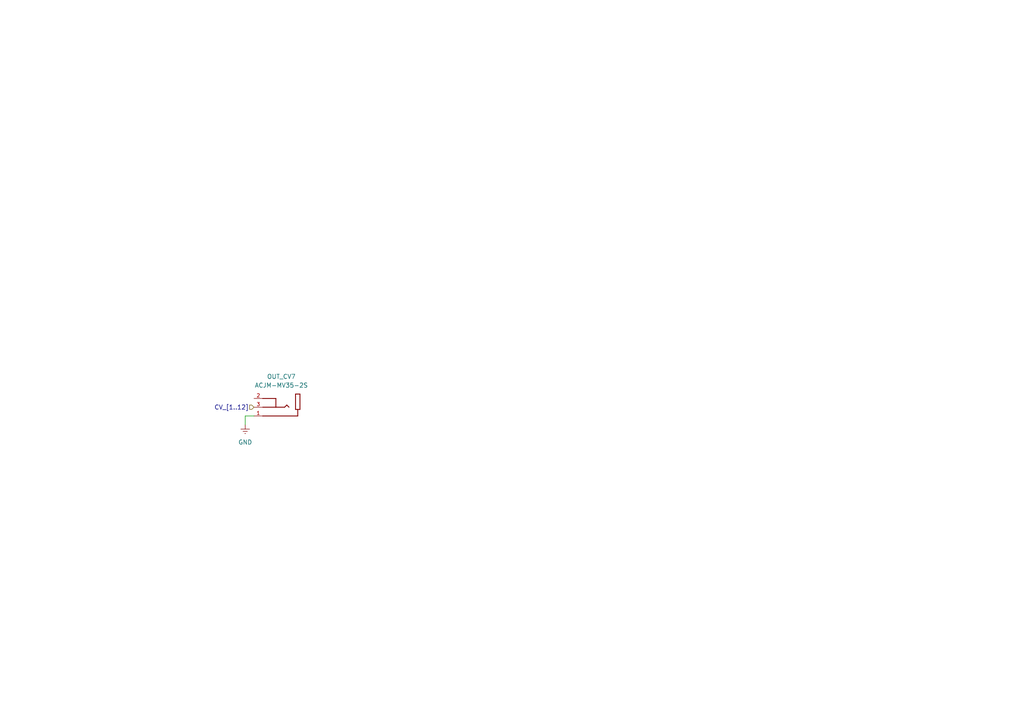
<source format=kicad_sch>
(kicad_sch (version 20231120) (generator "eeschema") (generator_version "8.0")
  (paper "A4")
  (title_block (title "MasterOfMuppets") (rev "0.0.0") (company "y3i12"))
  (lib_symbols
    (symbol "ACJM-MV35-2S:ACJM-MV35-2S" (pin_names (offset 1.016))
      (property "Reference" "J" (at -5.08 5.08 0))
      (property "Value" "ACJM-MV35-2S" (at -5.08 -5.08 0))
      (symbol "ACJM-MV35-2S_0_0"
        (polyline (pts (xy -5.715 -0.635) (xy -5.08 -0.635)) (stroke (width 0.254)))
        (polyline (pts (xy -5.715 3.81) (xy -5.715 -0.635)) (stroke (width 0.254)))
        (polyline (pts (xy -5.08 -2.54) (xy -5.08 -0.635)) (stroke (width 0.254)))
        (polyline (pts (xy -5.08 -0.635) (xy -4.445 -0.635)) (stroke (width 0.254)))
        (polyline (pts (xy -4.445 -0.635) (xy -4.445 3.81)) (stroke (width 0.254)))
        (polyline (pts (xy -4.445 3.81) (xy -5.715 3.81)) (stroke (width 0.254)))
        (polyline (pts (xy -1.905 0.635) (xy -2.54 0)) (stroke (width 0.254)))
        (polyline (pts (xy -1.27 0) (xy -1.905 0.635)) (stroke (width 0.254)))
        (polyline (pts (xy 1.27 0) (xy -1.27 0)) (stroke (width 0.254)))
        (polyline (pts (xy 1.27 2.54) (xy 1.27 0)) (stroke (width 0.254)))
        (polyline (pts (xy 5.08 -2.54) (xy -5.08 -2.54)) (stroke (width 0.254)))
        (polyline (pts (xy 5.08 0) (xy 1.27 0)) (stroke (width 0.254)))
        (polyline (pts (xy 5.08 2.54) (xy 1.27 2.54)) (stroke (width 0.254)))
        (pin passive line (at 7.62 -2.54 180) (length 2.54) (name "~") (number "1"))
        (pin passive line (at 7.62 2.54 180) (length 2.54) (name "~") (number "2"))
        (pin passive line (at 7.62 0 180) (length 2.54) (name "~") (number "3"))
      )
    )
    (symbol "power:GNDREF" (power) (pin_numbers hide) (pin_names (offset 0) hide)
      (property "Value" "GNDREF" (at 0 -3.81 0))
      (symbol "GNDREF_0_1"
        (polyline (pts (xy -0.635 -1.905) (xy 0.635 -1.905)))
        (polyline (pts (xy -0.127 -2.54) (xy 0.127 -2.54)))
        (polyline (pts (xy 0 -1.27) (xy 0 0)))
        (polyline (pts (xy 1.27 -1.27) (xy -1.27 -1.27)))
      )
      (symbol "GNDREF_1_1"
        (pin power_in line (at 0 0 270) (length 0) (name "~") (number "1"))
      )
    )
  )
  (wire (pts (xy 73.66 120.65) (xy 71.12 120.65)))
  (wire (pts (xy 71.12 120.65) (xy 71.12 123.19)))
  (hierarchical_label "CV_[1..12]" (shape input) (at 73.66 118.11 180))
  (symbol (lib_id "ACJM-MV35-2S:ACJM-MV35-2S") (at 81.28 118.11 0) (mirror y) (unit 1)
    (property "Reference" "OUT_CV7" (at 81.5975 109.22 0))
    (property "Value" "ACJM-MV35-2S" (at 81.5975 111.76 0))
    (property "Footprint" "PCM_4ms_Jack:ACJM-MV35-2S_Mono_Vert_Switch" (effects (hide yes)))
    (property "PARTREV" "2" (effects (hide yes)))
    (property "SNAPEDA_PN" "ACJM-MV35-2S" (effects (hide yes)))
    (property "STANDARD" "Manufacturer Recommendations" (effects (hide yes)))
    (property "MAXIMUM_PACKAGE_HEIGHT" "28.0mm" (effects (hide yes)))
    (property "MANUFACTURER" "Amphenol Sine Systems" (effects (hide yes)))
    (instances (project "MasterOfMuppets" (path "" (reference "OUT_CV7") (unit 1)) (path "" (reference "OUT_CV5") (unit 1)) (path "" (reference "OUT_CV6") (unit 1)) (path "" (reference "OUT_CV8") (unit 1)) (path "" (reference "OUT_CV2") (unit 1)) (path "" (reference "OUT_CV1") (unit 1)) (path "" (reference "OUT_CV4") (unit 1)) (path "" (reference "OUT_CV3") (unit 1)) (path "" (reference "OUT_CV10") (unit 1)) (path "" (reference "OUT_CV9") (unit 1)) (path "" (reference "OUT_CV11") (unit 1)) (path "" (reference "OUT_CV12") (unit 1))))
  )
  (symbol (lib_id "power:GNDREF") (at 71.12 123.19 0) (unit 1)
    (property "Reference" "#PWR027" (effects (hide yes)))
    (property "Value" "GND" (at 71.12 128.27 0))
    (property "Description" "Power symbol creates a global label with name \"GNDREF\" , reference supply ground" (effects (hide yes)))
    (instances (project "MasterOfMuppets" (path "" (reference "#PWR027") (unit 1)) (path "" (reference "#PWR044") (unit 1)) (path "" (reference "#PWR045") (unit 1)) (path "" (reference "#PWR046") (unit 1)) (path "" (reference "#PWR047") (unit 1)) (path "" (reference "#PWR048") (unit 1)) (path "" (reference "#PWR049") (unit 1)) (path "" (reference "#PWR050") (unit 1)) (path "" (reference "#PWR051") (unit 1)) (path "" (reference "#PWR052") (unit 1)) (path "" (reference "#PWR053") (unit 1)) (path "" (reference "#PWR054") (unit 1))))
  )
)
</source>
